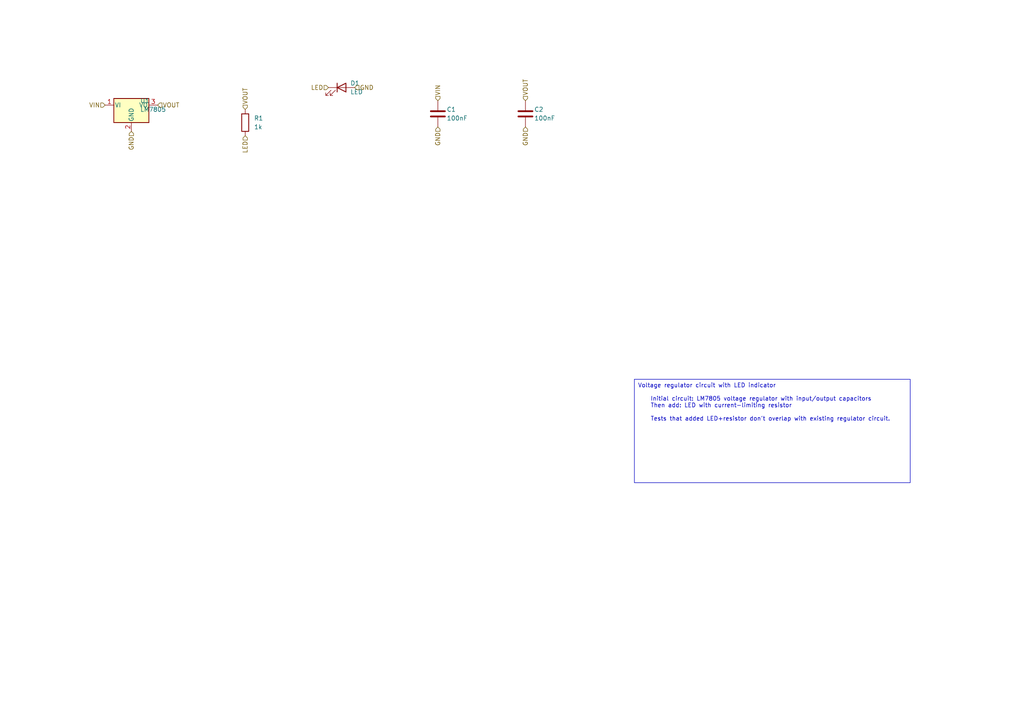
<source format=kicad_sch>
(kicad_sch (version 20250114) (generator "circuit_synth") (generator_version "0.8.36")
  (paper "A4")
  (title_block (title "voltage_regulator_led"))
  (lib_symbols
    (symbol "Device:C" (pin_numbers (hide yes)) (pin_names (offset 0.254))
      (property "Reference" "C" (at 0.635 2.54 0))
      (property "Value" "C" (at 0.635 -2.54 0))
      (symbol "C_0_1"
        (polyline (pts (xy -2.032 0.762) (xy 2.032 0.762)) (stroke (width 0.508)))
        (polyline (pts (xy -2.032 -0.762) (xy 2.032 -0.762)) (stroke (width 0.508)))
      )
      (symbol "C_1_1"
        (pin passive line (at 0 3.81 270) (length 2.794) (name "~") (number "1"))
        (pin passive line (at 0 -3.81 90) (length 2.794) (name "~") (number "2"))
      )
    )
    (symbol "Regulator_Linear:LM7805_TO220" (pin_names (offset 0.254))
      (property "Reference" "U" (at -3.81 3.175 0))
      (property "Value" "LM7805_TO220" (at 0 3.175 0))
      (symbol "LM7805_TO220_0_1"
        (rectangle (start -5.08 1.905) (end 5.08 -5.08) (stroke (width 0.254)) (fill (type background)))
      )
      (symbol "LM7805_TO220_1_1"
        (pin power_in line (at -7.62 0 0) (length 2.54) (name "VI") (number "1"))
        (pin power_in line (at 0 -7.62 90) (length 2.54) (name "GND") (number "2"))
        (pin power_out line (at 7.62 0 180) (length 2.54) (name "VO") (number "3"))
      )
    )
    (symbol "Device:R" (pin_numbers (hide yes)) (pin_names (offset 0))
      (property "Reference" "R" (at 2.032 0 90))
      (property "Value" "R" (at 0 0 90))
      (symbol "R_0_1"
        (rectangle (start -1.016 -2.54) (end 1.016 2.54) (stroke (width 0.254)))
      )
      (symbol "R_1_1"
        (pin passive line (at 0 3.81 270) (length 1.27) (name "~") (number "1"))
        (pin passive line (at 0 -3.81 90) (length 1.27) (name "~") (number "2"))
      )
    )
    (symbol "Device:LED" (pin_numbers (hide yes)) (pin_names (offset 1.016) (hide yes))
      (property "Reference" "D" (at 0 2.54 0))
      (property "Value" "LED" (at 0 -2.54 0))
      (symbol "LED_0_1"
        (polyline (pts (xy -3.048 -0.762) (xy -4.572 -2.286) (xy -3.81 -2.286) (xy -4.572 -2.286) (xy -4.572 -1.524)))
        (polyline (pts (xy -1.778 -0.762) (xy -3.302 -2.286) (xy -2.54 -2.286) (xy -3.302 -2.286) (xy -3.302 -1.524)))
        (polyline (pts (xy -1.27 0) (xy 1.27 0)))
        (polyline (pts (xy -1.27 -1.27) (xy -1.27 1.27)) (stroke (width 0.254)))
        (polyline (pts (xy 1.27 -1.27) (xy 1.27 1.27) (xy -1.27 0) (xy 1.27 -1.27)) (stroke (width 0.254)))
      )
      (symbol "LED_1_1"
        (pin passive line (at -3.81 0 0) (length 2.54) (name "K") (number "1"))
        (pin passive line (at 3.81 0 180) (length 2.54) (name "A") (number "2"))
      )
    )
  )
  (symbol (lib_id "Device:C") (at 127 33.02 0) (unit 1)
    (property "Reference" "C1" (at 129.54 31.7499 0) (effects (justify left)))
    (property "Value" "100nF" (at 129.54 34.2899 0) (effects (justify left)))
    (property "Footprint" "Capacitor_SMD:C_0805_2012Metric" (effects (hide yes)))
    (property "hierarchy_path" "/cf22adb5-dc61-491e-89de-daa5c7d5e81c" (effects (hide yes)))
    (property "project_name" "voltage_regulator_led" (effects (hide yes)))
    (property "root_uuid" "cf22adb5-dc61-491e-89de-daa5c7d5e81c" (effects (hide yes)))
  )
  (symbol (lib_id "Regulator_Linear:LM7805_TO220") (at 38.1 30.48 0) (unit 1)
    (property "Reference" "U1" (at 40.64 29.2099 0) (effects (justify left)))
    (property "Value" "LM7805" (at 40.64 31.7499 0) (effects (justify left)))
    (property "Footprint" "Package_TO_SOT_THT:TO-220-3_Vertical" (effects (hide yes)))
    (property "hierarchy_path" "/cf22adb5-dc61-491e-89de-daa5c7d5e81c" (effects (hide yes)))
    (property "project_name" "voltage_regulator_led" (effects (hide yes)))
    (property "root_uuid" "cf22adb5-dc61-491e-89de-daa5c7d5e81c" (effects (hide yes)))
  )
  (symbol (lib_id "Device:C") (at 152.4 33.02 0) (unit 1)
    (property "Reference" "C2" (at 154.94 31.7499 0) (effects (justify left)))
    (property "Value" "100nF" (at 154.94 34.2899 0) (effects (justify left)))
    (property "Footprint" "Capacitor_SMD:C_0805_2012Metric" (effects (hide yes)))
    (property "hierarchy_path" "/cf22adb5-dc61-491e-89de-daa5c7d5e81c" (effects (hide yes)))
    (property "project_name" "voltage_regulator_led" (effects (hide yes)))
    (property "root_uuid" "cf22adb5-dc61-491e-89de-daa5c7d5e81c" (effects (hide yes)))
  )
  (symbol (lib_id "Device:R") (at 71.12 35.56 0) (unit 1)
    (property "Reference" "R1" (at 73.66 34.2899 0) (effects (justify left)))
    (property "Value" "1k" (at 73.66 36.8299 0) (effects (justify left)))
    (property "Footprint" "Resistor_SMD:R_0603_1608Metric" (effects (hide yes)))
    (property "hierarchy_path" "/cf22adb5-dc61-491e-89de-daa5c7d5e81c" (effects (hide yes)))
    (property "project_name" "voltage_regulator_led" (effects (hide yes)))
    (property "root_uuid" "cf22adb5-dc61-491e-89de-daa5c7d5e81c" (effects (hide yes)))
  )
  (symbol (lib_id "Device:LED") (at 99.06 25.4 0) (unit 1)
    (property "Reference" "D1" (at 101.6 24.1299 0) (effects (justify left)))
    (property "Value" "LED" (at 101.6 26.6699 0) (effects (justify left)))
    (property "Footprint" "LED_SMD:LED_0805_2012Metric" (effects (hide yes)))
    (property "hierarchy_path" "/cf22adb5-dc61-491e-89de-daa5c7d5e81c" (effects (hide yes)))
    (property "project_name" "voltage_regulator_led" (effects (hide yes)))
    (property "root_uuid" "cf22adb5-dc61-491e-89de-daa5c7d5e81c" (effects (hide yes)))
  )
  (hierarchical_label "VIN" (shape input) (at 127 29.21 90))
  (hierarchical_label "VIN" (shape input) (at 30.48 30.48 180))
  (hierarchical_label "GND" (shape input) (at 127 36.83 270))
  (hierarchical_label "GND" (shape input) (at 38.1 38.1 270))
  (hierarchical_label "GND" (shape input) (at 152.4 36.83 270))
  (hierarchical_label "GND" (shape input) (at 102.87 25.4 0.0000))
  (hierarchical_label "VOUT" (shape input) (at 45.72 30.48 0.0000))
  (hierarchical_label "VOUT" (shape input) (at 152.4 29.21 90))
  (hierarchical_label "VOUT" (shape input) (at 71.12 31.75 90))
  (hierarchical_label "LED" (shape input) (at 71.12 39.37 270))
  (hierarchical_label "LED" (shape input) (at 95.25 25.4 180))
  (text_box "Voltage regulator circuit with LED indicator\n\n    Initial circuit: LM7805 voltage regulator with input/output capacitors\n    Then add: LED with current-limiting resistor\n\n    Tests that added LED+resistor don't overlap with existing regulator circuit." (at 184 110 0) (size 80 30) (margins 1 1 1 1) (effects (font (size 1.2 1.2)) (justify left top)))
)
</source>
